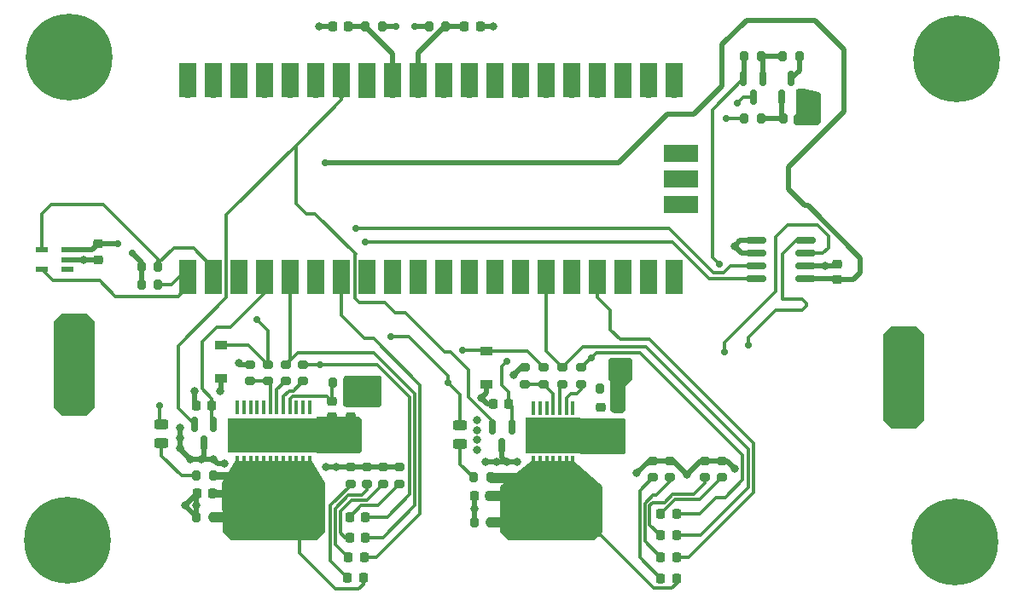
<source format=gbr>
%TF.GenerationSoftware,KiCad,Pcbnew,(6.0.7)*%
%TF.CreationDate,2022-09-20T09:41:07-05:00*%
%TF.ProjectId,BTSTest,42545354-6573-4742-9e6b-696361645f70,rev?*%
%TF.SameCoordinates,Original*%
%TF.FileFunction,Copper,L1,Top*%
%TF.FilePolarity,Positive*%
%FSLAX46Y46*%
G04 Gerber Fmt 4.6, Leading zero omitted, Abs format (unit mm)*
G04 Created by KiCad (PCBNEW (6.0.7)) date 2022-09-20 09:41:07*
%MOMM*%
%LPD*%
G01*
G04 APERTURE LIST*
G04 Aperture macros list*
%AMRoundRect*
0 Rectangle with rounded corners*
0 $1 Rounding radius*
0 $2 $3 $4 $5 $6 $7 $8 $9 X,Y pos of 4 corners*
0 Add a 4 corners polygon primitive as box body*
4,1,4,$2,$3,$4,$5,$6,$7,$8,$9,$2,$3,0*
0 Add four circle primitives for the rounded corners*
1,1,$1+$1,$2,$3*
1,1,$1+$1,$4,$5*
1,1,$1+$1,$6,$7*
1,1,$1+$1,$8,$9*
0 Add four rect primitives between the rounded corners*
20,1,$1+$1,$2,$3,$4,$5,0*
20,1,$1+$1,$4,$5,$6,$7,0*
20,1,$1+$1,$6,$7,$8,$9,0*
20,1,$1+$1,$8,$9,$2,$3,0*%
%AMOutline5P*
0 Free polygon, 5 corners , with rotation*
0 The origin of the aperture is its center*
0 number of corners: always 5*
0 $1 to $10 corner X, Y*
0 $11 Rotation angle, in degrees counterclockwise*
0 create outline with 5 corners*
4,1,5,$1,$2,$3,$4,$5,$6,$7,$8,$9,$10,$1,$2,$11*%
%AMOutline6P*
0 Free polygon, 6 corners , with rotation*
0 The origin of the aperture is its center*
0 number of corners: always 6*
0 $1 to $12 corner X, Y*
0 $13 Rotation angle, in degrees counterclockwise*
0 create outline with 6 corners*
4,1,6,$1,$2,$3,$4,$5,$6,$7,$8,$9,$10,$11,$12,$1,$2,$13*%
%AMOutline7P*
0 Free polygon, 7 corners , with rotation*
0 The origin of the aperture is its center*
0 number of corners: always 7*
0 $1 to $14 corner X, Y*
0 $15 Rotation angle, in degrees counterclockwise*
0 create outline with 7 corners*
4,1,7,$1,$2,$3,$4,$5,$6,$7,$8,$9,$10,$11,$12,$13,$14,$1,$2,$15*%
%AMOutline8P*
0 Free polygon, 8 corners , with rotation*
0 The origin of the aperture is its center*
0 number of corners: always 8*
0 $1 to $16 corner X, Y*
0 $17 Rotation angle, in degrees counterclockwise*
0 create outline with 8 corners*
4,1,8,$1,$2,$3,$4,$5,$6,$7,$8,$9,$10,$11,$12,$13,$14,$15,$16,$1,$2,$17*%
G04 Aperture macros list end*
%TA.AperFunction,NonConductor*%
%ADD10C,0.200000*%
%TD*%
%TA.AperFunction,SMDPad,CuDef*%
%ADD11RoundRect,0.200000X-0.275000X0.200000X-0.275000X-0.200000X0.275000X-0.200000X0.275000X0.200000X0*%
%TD*%
%TA.AperFunction,ComponentPad*%
%ADD12C,4.700000*%
%TD*%
%TA.AperFunction,ConnectorPad*%
%ADD13C,8.600000*%
%TD*%
%TA.AperFunction,SMDPad,CuDef*%
%ADD14RoundRect,0.200000X0.275000X-0.200000X0.275000X0.200000X-0.275000X0.200000X-0.275000X-0.200000X0*%
%TD*%
%TA.AperFunction,SMDPad,CuDef*%
%ADD15RoundRect,0.218750X-0.218750X-0.256250X0.218750X-0.256250X0.218750X0.256250X-0.218750X0.256250X0*%
%TD*%
%TA.AperFunction,SMDPad,CuDef*%
%ADD16RoundRect,0.200000X-0.200000X-0.275000X0.200000X-0.275000X0.200000X0.275000X-0.200000X0.275000X0*%
%TD*%
%TA.AperFunction,SMDPad,CuDef*%
%ADD17RoundRect,0.200000X0.200000X0.275000X-0.200000X0.275000X-0.200000X-0.275000X0.200000X-0.275000X0*%
%TD*%
%TA.AperFunction,SMDPad,CuDef*%
%ADD18RoundRect,0.225000X0.250000X-0.225000X0.250000X0.225000X-0.250000X0.225000X-0.250000X-0.225000X0*%
%TD*%
%TA.AperFunction,SMDPad,CuDef*%
%ADD19RoundRect,0.225000X0.225000X0.250000X-0.225000X0.250000X-0.225000X-0.250000X0.225000X-0.250000X0*%
%TD*%
%TA.AperFunction,SMDPad,CuDef*%
%ADD20R,1.200000X0.900000*%
%TD*%
%TA.AperFunction,SMDPad,CuDef*%
%ADD21R,0.354800X1.454899*%
%TD*%
%TA.AperFunction,ComponentPad*%
%ADD22R,0.750000X0.750000*%
%TD*%
%TA.AperFunction,SMDPad,CuDef*%
%ADD23R,8.875000X3.475000*%
%TD*%
%TA.AperFunction,SMDPad,CuDef*%
%ADD24RoundRect,0.150000X-0.150000X0.587500X-0.150000X-0.587500X0.150000X-0.587500X0.150000X0.587500X0*%
%TD*%
%TA.AperFunction,ComponentPad*%
%ADD25Outline6P,-2.540000X1.200000X-1.740000X2.000000X2.540000X2.000000X2.540000X-2.000000X-1.740000X-2.000000X-2.540000X-1.200000X90.000000*%
%TD*%
%TA.AperFunction,ComponentPad*%
%ADD26Outline6P,-2.540000X2.000000X1.740000X2.000000X2.540000X1.200000X2.540000X-1.200000X1.740000X-2.000000X-2.540000X-2.000000X90.000000*%
%TD*%
%TA.AperFunction,SMDPad,CuDef*%
%ADD27R,5.500000X3.650000*%
%TD*%
%TA.AperFunction,SMDPad,CuDef*%
%ADD28R,1.309599X0.508000*%
%TD*%
%TA.AperFunction,SMDPad,CuDef*%
%ADD29RoundRect,0.225000X-0.225000X-0.250000X0.225000X-0.250000X0.225000X0.250000X-0.225000X0.250000X0*%
%TD*%
%TA.AperFunction,ComponentPad*%
%ADD30Outline6P,-2.540000X1.200000X-1.740000X2.000000X2.540000X2.000000X2.540000X-2.000000X-1.740000X-2.000000X-2.540000X-1.200000X0.000000*%
%TD*%
%TA.AperFunction,ComponentPad*%
%ADD31Outline6P,-2.540000X2.000000X1.740000X2.000000X2.540000X1.200000X2.540000X-1.200000X1.740000X-2.000000X-2.540000X-2.000000X0.000000*%
%TD*%
%TA.AperFunction,SMDPad,CuDef*%
%ADD32RoundRect,0.150000X-0.825000X-0.150000X0.825000X-0.150000X0.825000X0.150000X-0.825000X0.150000X0*%
%TD*%
%TA.AperFunction,SMDPad,CuDef*%
%ADD33RoundRect,0.243750X0.456250X-0.243750X0.456250X0.243750X-0.456250X0.243750X-0.456250X-0.243750X0*%
%TD*%
%TA.AperFunction,SMDPad,CuDef*%
%ADD34RoundRect,0.150000X0.150000X-0.587500X0.150000X0.587500X-0.150000X0.587500X-0.150000X-0.587500X0*%
%TD*%
%TA.AperFunction,SMDPad,CuDef*%
%ADD35RoundRect,0.225000X-0.250000X0.225000X-0.250000X-0.225000X0.250000X-0.225000X0.250000X0.225000X0*%
%TD*%
%TA.AperFunction,ComponentPad*%
%ADD36O,1.700000X1.700000*%
%TD*%
%TA.AperFunction,SMDPad,CuDef*%
%ADD37R,1.700000X3.500000*%
%TD*%
%TA.AperFunction,ComponentPad*%
%ADD38R,1.700000X1.700000*%
%TD*%
%TA.AperFunction,SMDPad,CuDef*%
%ADD39R,3.500000X1.700000*%
%TD*%
%TA.AperFunction,ViaPad*%
%ADD40C,0.800000*%
%TD*%
%TA.AperFunction,ViaPad*%
%ADD41C,0.700000*%
%TD*%
%TA.AperFunction,Conductor*%
%ADD42C,0.500000*%
%TD*%
%TA.AperFunction,Conductor*%
%ADD43C,0.300000*%
%TD*%
%TA.AperFunction,Conductor*%
%ADD44C,0.750000*%
%TD*%
%TA.AperFunction,Conductor*%
%ADD45C,1.000000*%
%TD*%
G04 APERTURE END LIST*
D10*
X130860000Y-90500000D02*
X140820000Y-90500000D01*
X140820000Y-90500000D02*
X140820000Y-94900000D01*
X140820000Y-94900000D02*
X130860000Y-94900000D01*
X130860000Y-94900000D02*
X130860000Y-90500000D01*
G36*
X130860000Y-90500000D02*
G01*
X140820000Y-90500000D01*
X140820000Y-94900000D01*
X130860000Y-94900000D01*
X130860000Y-90500000D01*
G37*
X133900000Y-88100000D02*
X138100000Y-88100000D01*
X138100000Y-88100000D02*
X138100000Y-91700000D01*
X138100000Y-91700000D02*
X133900000Y-91700000D01*
X133900000Y-91700000D02*
X133900000Y-88100000D01*
G36*
X133900000Y-88100000D02*
G01*
X138100000Y-88100000D01*
X138100000Y-91700000D01*
X133900000Y-91700000D01*
X133900000Y-88100000D01*
G37*
X103200000Y-92800000D02*
X113300000Y-92800000D01*
X113300000Y-92800000D02*
X113300000Y-90200000D01*
X113300000Y-90200000D02*
X103200000Y-90200000D01*
X103200000Y-90200000D02*
X103200000Y-92800000D01*
G36*
X103200000Y-92800000D02*
G01*
X113300000Y-92800000D01*
X113300000Y-90200000D01*
X103200000Y-90200000D01*
X103200000Y-92800000D01*
G37*
G36*
X140820000Y-90500000D02*
G01*
X137396216Y-90602703D01*
X138096216Y-88102703D01*
X140820000Y-90500000D01*
G37*
X140820000Y-90500000D02*
X137396216Y-90602703D01*
X138096216Y-88102703D01*
X140820000Y-90500000D01*
G36*
X113300000Y-90200000D02*
G01*
X103200000Y-90200000D01*
X104500000Y-88100000D01*
X112000000Y-88100000D01*
X113300000Y-90200000D01*
G37*
X113300000Y-90200000D02*
X103200000Y-90200000D01*
X104500000Y-88100000D01*
X112000000Y-88100000D01*
X113300000Y-90200000D01*
G36*
X134500000Y-90500000D02*
G01*
X130860000Y-90500000D01*
X133900000Y-88100000D01*
X134500000Y-90500000D01*
G37*
X134500000Y-90500000D02*
X130860000Y-90500000D01*
X133900000Y-88100000D01*
X134500000Y-90500000D01*
D11*
%TO.P,R20,1*%
%TO.N,/IN_CH2*%
X138810000Y-78665000D03*
%TO.P,R20,2*%
%TO.N,/IN_R_CH2*%
X138810000Y-80315000D03*
%TD*%
D12*
%TO.P,H1,1,1*%
%TO.N,GND*%
X176000000Y-48000000D03*
D13*
X176000000Y-48000000D03*
%TD*%
D14*
%TO.P,R4,1*%
%TO.N,Net-(D2-Pad1)*%
X120768333Y-90253333D03*
%TO.P,R4,2*%
%TO.N,GND*%
X120768333Y-88603333D03*
%TD*%
D15*
%TO.P,D8,1,K*%
%TO.N,Net-(D8-Pad1)*%
X146662500Y-93230000D03*
%TO.P,D8,2,A*%
%TO.N,/IN_CH2*%
X148237500Y-93230000D03*
%TD*%
D11*
%TO.P,R3,1*%
%TO.N,/DEN_CH1*%
X109460000Y-78385000D03*
%TO.P,R3,2*%
%TO.N,/DEN_R_CH1*%
X109460000Y-80035000D03*
%TD*%
D16*
%TO.P,R17,1*%
%TO.N,VBATT*%
X154985000Y-47790000D03*
%TO.P,R17,2*%
%TO.N,Net-(Q2-Pad1)*%
X156635000Y-47790000D03*
%TD*%
D15*
%TO.P,D12,1,K*%
%TO.N,/PWR_LED_K_CH2*%
X146662500Y-99640000D03*
%TO.P,D12,2,A*%
%TO.N,/OUT_CH2*%
X148237500Y-99640000D03*
%TD*%
%TO.P,D7,1,K*%
%TO.N,Net-(D7-Pad1)*%
X146662500Y-95366666D03*
%TO.P,D7,2,A*%
%TO.N,/DEN_CH2*%
X148237500Y-95366666D03*
%TD*%
D17*
%TO.P,R9,1*%
%TO.N,I2C_SCL*%
X96835000Y-68690000D03*
%TO.P,R9,2*%
%TO.N,+3V3*%
X95185000Y-68690000D03*
%TD*%
D18*
%TO.P,C7,1*%
%TO.N,VBATT*%
X142430000Y-84155000D03*
%TO.P,C7,2*%
%TO.N,GND*%
X142430000Y-82605000D03*
%TD*%
D11*
%TO.P,R6,1*%
%TO.N,/IS_T_CH1*%
X107710000Y-78385000D03*
%TO.P,R6,2*%
%TO.N,/IS_R_CH1*%
X107710000Y-80035000D03*
%TD*%
D14*
%TO.P,R14,1*%
%TO.N,/PWR_LED_K_CH1*%
X115891667Y-90253333D03*
%TO.P,R14,2*%
%TO.N,GND*%
X115891667Y-88603333D03*
%TD*%
D19*
%TO.P,C12,1*%
%TO.N,/TEMP_SIG_CH2*%
X131615000Y-82310000D03*
%TO.P,C12,2*%
%TO.N,GND*%
X130065000Y-82310000D03*
%TD*%
D14*
%TO.P,R28,1*%
%TO.N,/LED_ST_GND_CH2*%
X147593333Y-89605000D03*
%TO.P,R28,2*%
%TO.N,GND*%
X147593333Y-87955000D03*
%TD*%
D12*
%TO.P,H3,1,1*%
%TO.N,GND*%
X175850000Y-96000000D03*
D13*
X175850000Y-96000000D03*
%TD*%
D14*
%TO.P,R19,1*%
%TO.N,Net-(D7-Pad1)*%
X151086666Y-89605000D03*
%TO.P,R19,2*%
%TO.N,GND*%
X151086666Y-87955000D03*
%TD*%
D20*
%TO.P,D3,1,K*%
%TO.N,/IS_T_CH1*%
X103030000Y-76480000D03*
%TO.P,D3,2,A*%
%TO.N,GND*%
X103030000Y-79780000D03*
%TD*%
D17*
%TO.P,R7,1*%
%TO.N,I2C_SDA*%
X96835000Y-70430000D03*
%TO.P,R7,2*%
%TO.N,+3V3*%
X95185000Y-70430000D03*
%TD*%
D15*
%TO.P,D10,1,K*%
%TO.N,/LED_ST_GND_CH2*%
X146662500Y-97503332D03*
%TO.P,D10,2,A*%
%TO.N,/LED_ST_CH2*%
X148237500Y-97503332D03*
%TD*%
D16*
%TO.P,R30,1*%
%TO.N,GND*%
X128195000Y-94030000D03*
%TO.P,R30,2*%
%TO.N,/OUT_CH2*%
X129845000Y-94030000D03*
%TD*%
%TO.P,R29,1*%
%TO.N,/OL_DET_CH9*%
X128125000Y-89610000D03*
%TO.P,R29,2*%
%TO.N,/OUT_CH2*%
X129775000Y-89610000D03*
%TD*%
D13*
%TO.P,H4,1,1*%
%TO.N,GND*%
X87850000Y-95850000D03*
D12*
X87850000Y-95850000D03*
%TD*%
D21*
%TO.P,U1,1,NC*%
%TO.N,unconnected-(U1-Pad1)*%
X111840199Y-82676002D03*
%TO.P,U1,2,NC*%
%TO.N,unconnected-(U1-Pad2)*%
X111190200Y-82676002D03*
%TO.P,U1,3,NC*%
%TO.N,unconnected-(U1-Pad3)*%
X110540202Y-82676002D03*
%TO.P,U1,4,GND*%
%TO.N,/GND_CH1*%
X109890201Y-82676002D03*
%TO.P,U1,5,IN*%
%TO.N,/IN_R_CH1*%
X109240202Y-82676002D03*
%TO.P,U1,6,DEN*%
%TO.N,/DEN_R_CH1*%
X108590201Y-82676002D03*
%TO.P,U1,7,IS*%
%TO.N,/IS_R_CH1*%
X107940202Y-82676002D03*
%TO.P,U1,8,NC*%
%TO.N,unconnected-(U1-Pad8)*%
X107290201Y-82676002D03*
%TO.P,U1,9,NC*%
%TO.N,unconnected-(U1-Pad9)*%
X106640202Y-82676002D03*
%TO.P,U1,10,NC*%
%TO.N,unconnected-(U1-Pad10)*%
X105990201Y-82676002D03*
%TO.P,U1,11,NC*%
%TO.N,unconnected-(U1-Pad11)*%
X105340202Y-82676002D03*
%TO.P,U1,12,NC*%
%TO.N,unconnected-(U1-Pad12)*%
X104690201Y-82676002D03*
%TO.P,U1,13,OUT*%
%TO.N,/OUT_CH1*%
X104690201Y-88118698D03*
%TO.P,U1,14,OUT*%
X105340200Y-88118698D03*
%TO.P,U1,15,OUT*%
X105990201Y-88118698D03*
%TO.P,U1,16,OUT*%
X106640199Y-88118698D03*
%TO.P,U1,17,OUT*%
X107290201Y-88118698D03*
%TO.P,U1,18,OUT*%
X107940199Y-88118698D03*
%TO.P,U1,19,OUT*%
X108590198Y-88118698D03*
%TO.P,U1,20,OUT*%
X109240199Y-88118698D03*
%TO.P,U1,21,OUT*%
X109890198Y-88118698D03*
%TO.P,U1,22,OUT*%
X110540199Y-88118698D03*
%TO.P,U1,23,OUT*%
X111190198Y-88118698D03*
%TO.P,U1,24,OUT*%
X111840199Y-88118698D03*
D22*
%TO.P,U1,EPAD,VS*%
%TO.N,VBATT*%
X105865200Y-84047350D03*
X109465200Y-84047350D03*
X108565200Y-86747350D03*
X111265200Y-86747350D03*
X106765200Y-84947350D03*
D23*
X108127700Y-85402350D03*
D22*
X105865200Y-85847350D03*
X107665200Y-85847350D03*
X112165200Y-86747350D03*
X112165200Y-85847350D03*
X104065200Y-85847350D03*
X111265200Y-84047350D03*
X111265200Y-85847350D03*
X104965200Y-84947350D03*
X109465200Y-84947350D03*
X105865200Y-84947350D03*
X109465200Y-85847350D03*
X105865200Y-86747350D03*
X104065200Y-84947350D03*
X112165200Y-84947350D03*
X108565200Y-85847350D03*
X111265200Y-84947350D03*
X110365200Y-86747350D03*
X104065200Y-84047350D03*
X107665200Y-84947350D03*
X112165200Y-84047350D03*
X106765200Y-84047350D03*
X104965200Y-86747350D03*
X104965200Y-84047350D03*
X106765200Y-86747350D03*
X108565200Y-84047350D03*
X110365200Y-84947350D03*
X110365200Y-85847350D03*
X106765200Y-85847350D03*
X107665200Y-84047350D03*
X107665200Y-86747350D03*
X104065200Y-86747350D03*
X110365200Y-84047350D03*
X109465200Y-86747350D03*
X104965200Y-85847350D03*
X108565200Y-84947350D03*
%TD*%
D14*
%TO.P,R11,1*%
%TO.N,/LED_ST_GND_CH1*%
X117517222Y-90253333D03*
%TO.P,R11,2*%
%TO.N,GND*%
X117517222Y-88603333D03*
%TD*%
D24*
%TO.P,Q2,1,B*%
%TO.N,Net-(Q2-Pad1)*%
X156800000Y-49982500D03*
%TO.P,Q2,2,E*%
%TO.N,VBATT*%
X154900000Y-49982500D03*
%TO.P,Q2,3,C*%
%TO.N,/OL_DET*%
X155850000Y-51857500D03*
%TD*%
D15*
%TO.P,D2,1,K*%
%TO.N,Net-(D2-Pad1)*%
X115812500Y-93534999D03*
%TO.P,D2,2,A*%
%TO.N,/IN_CH1*%
X117387500Y-93534999D03*
%TD*%
D16*
%TO.P,R5,1*%
%TO.N,/IS_CH1*%
X117375000Y-44790000D03*
%TO.P,R5,2*%
%TO.N,/IS_T_CH1*%
X119025000Y-44790000D03*
%TD*%
%TO.P,R16,1*%
%TO.N,Net-(Q1-Pad1)*%
X158845000Y-53980000D03*
%TO.P,R16,2*%
%TO.N,GND*%
X160495000Y-53980000D03*
%TD*%
D25*
%TO.P,U4,1,VBATTIN*%
%TO.N,/VBATTIN*%
X170825000Y-82195000D03*
D26*
X170825000Y-77120000D03*
%TD*%
D21*
%TO.P,U5,1,GND*%
%TO.N,/GND_CH2*%
X137982101Y-82726002D03*
%TO.P,U5,2,IN*%
%TO.N,/IN_R_CH2*%
X137332100Y-82726002D03*
%TO.P,U5,3,DEN*%
%TO.N,/DEN_R_CH2*%
X136682099Y-82726002D03*
%TO.P,U5,4,IS*%
%TO.N,/IS_R_CH2*%
X136032100Y-82726002D03*
%TO.P,U5,5,NC*%
%TO.N,unconnected-(U5-Pad5)*%
X135382101Y-82726002D03*
%TO.P,U5,6,NC*%
%TO.N,unconnected-(U5-Pad6)*%
X134732100Y-82726002D03*
%TO.P,U5,7,NC*%
%TO.N,unconnected-(U5-Pad7)*%
X134082101Y-82726002D03*
%TO.P,U5,8,OUT*%
%TO.N,/OUT_CH2*%
X134082099Y-88168698D03*
%TO.P,U5,9,OUT*%
X134732100Y-88168698D03*
%TO.P,U5,10,OUT*%
X135382099Y-88168698D03*
%TO.P,U5,11,NC*%
%TO.N,unconnected-(U5-Pad11)*%
X136032100Y-88168698D03*
%TO.P,U5,12,OUT*%
%TO.N,/OUT_CH2*%
X136682099Y-88168698D03*
%TO.P,U5,13,OUT*%
X137332100Y-88168698D03*
%TO.P,U5,14,OUT*%
X137982099Y-88168698D03*
D27*
%TO.P,U5,EPAD,VS*%
%TO.N,VBATT*%
X136032100Y-85472350D03*
D22*
X136532100Y-84097350D03*
X137432100Y-85897350D03*
X138332100Y-84997350D03*
X137432100Y-84997350D03*
X138332100Y-86797350D03*
X133832100Y-84997350D03*
X138332100Y-84097350D03*
X137432100Y-84097350D03*
X135632100Y-84997350D03*
X136532100Y-84997350D03*
X133832100Y-86797350D03*
X134732100Y-84097350D03*
X134732100Y-84997350D03*
X136532100Y-86797350D03*
X134732100Y-86797350D03*
X135632100Y-85897350D03*
X135632100Y-86797350D03*
X133832100Y-85897350D03*
X133832100Y-84097350D03*
X138332100Y-85897350D03*
X135632100Y-84097350D03*
X134732100Y-85897350D03*
X137432100Y-86797350D03*
X136532100Y-85897350D03*
%TD*%
D17*
%TO.P,R23,1*%
%TO.N,/IS_CH2*%
X125335000Y-44800000D03*
%TO.P,R23,2*%
%TO.N,/IS_T_CH2*%
X123685000Y-44800000D03*
%TD*%
D11*
%TO.P,R2,1*%
%TO.N,/IN_CH1*%
X111210000Y-78385000D03*
%TO.P,R2,2*%
%TO.N,/IN_R_CH1*%
X111210000Y-80035000D03*
%TD*%
D16*
%TO.P,R15,1*%
%TO.N,/OL_DET_SIG*%
X154995000Y-53980000D03*
%TO.P,R15,2*%
%TO.N,Net-(Q1-Pad1)*%
X156645000Y-53980000D03*
%TD*%
D14*
%TO.P,R26,1*%
%TO.N,/IS_R_CH2*%
X133180000Y-80315000D03*
%TO.P,R26,2*%
%TO.N,GND*%
X133180000Y-78665000D03*
%TD*%
D18*
%TO.P,C3,1*%
%TO.N,VBATT*%
X114050000Y-83565000D03*
%TO.P,C3,2*%
%TO.N,/GND_CH1*%
X114050000Y-82015000D03*
%TD*%
D24*
%TO.P,U3,1,Vdd*%
%TO.N,/TEMP_SIG_CH1*%
X102320000Y-84362500D03*
%TO.P,U3,2,Vout*%
%TO.N,/TEMP_IN*%
X100420000Y-84362500D03*
%TO.P,U3,3,GND*%
%TO.N,GND*%
X101370000Y-86237500D03*
%TD*%
D20*
%TO.P,D9,1,K*%
%TO.N,/IS_T_CH2*%
X129430000Y-77030000D03*
%TO.P,D9,2,A*%
%TO.N,GND*%
X129430000Y-80330000D03*
%TD*%
D12*
%TO.P,H2,1,1*%
%TO.N,GND*%
X88000000Y-47850000D03*
D13*
X88000000Y-47850000D03*
%TD*%
D26*
%TO.P,H5,1,1*%
%TO.N,GND*%
X88500000Y-75875000D03*
D25*
X88500000Y-80950000D03*
%TD*%
D18*
%TO.P,C2,1*%
%TO.N,VBATT*%
X115900000Y-83555000D03*
%TO.P,C2,2*%
%TO.N,GND*%
X115900000Y-82005000D03*
%TD*%
D16*
%TO.P,R13,1*%
%TO.N,GND*%
X100625000Y-93600000D03*
%TO.P,R13,2*%
%TO.N,/OUT_CH1*%
X102275000Y-93600000D03*
%TD*%
D19*
%TO.P,C5,1*%
%TO.N,/TEMP_SIG_CH1*%
X102165000Y-82480000D03*
%TO.P,C5,2*%
%TO.N,GND*%
X100615000Y-82480000D03*
%TD*%
D11*
%TO.P,R24,1*%
%TO.N,/IS_T_CH2*%
X135056666Y-78665000D03*
%TO.P,R24,2*%
%TO.N,/IS_R_CH2*%
X135056666Y-80315000D03*
%TD*%
D19*
%TO.P,C1,1*%
%TO.N,/IS_CH1*%
X115675000Y-44800000D03*
%TO.P,C1,2*%
%TO.N,GND*%
X114125000Y-44800000D03*
%TD*%
D17*
%TO.P,R27,1*%
%TO.N,GND*%
X142325000Y-80820000D03*
%TO.P,R27,2*%
%TO.N,/GND_CH2*%
X140675000Y-80820000D03*
%TD*%
D16*
%TO.P,R12,1*%
%TO.N,/OL_DET_CH1*%
X100625000Y-89450000D03*
%TO.P,R12,2*%
%TO.N,/OUT_CH1*%
X102275000Y-89450000D03*
%TD*%
D28*
%TO.P,U7,1,NC*%
%TO.N,unconnected-(U7-Pad1)*%
X87854000Y-68914601D03*
%TO.P,U7,2,GND*%
%TO.N,GND*%
X87854000Y-67964600D03*
%TO.P,U7,3,VDD*%
%TO.N,+3V3*%
X87854000Y-67014599D03*
%TO.P,U7,4,SCLK*%
%TO.N,I2C_SCL*%
X85263200Y-67014599D03*
%TO.P,U7,5,SDA*%
%TO.N,I2C_SDA*%
X85263200Y-68914601D03*
%TD*%
D29*
%TO.P,C6,1*%
%TO.N,/IS_CH2*%
X127215000Y-44790000D03*
%TO.P,C6,2*%
%TO.N,GND*%
X128765000Y-44790000D03*
%TD*%
D17*
%TO.P,R10,1*%
%TO.N,GND*%
X115805000Y-80210000D03*
%TO.P,R10,2*%
%TO.N,/GND_CH1*%
X114155000Y-80210000D03*
%TD*%
D18*
%TO.P,C9,1*%
%TO.N,+3V3*%
X164220000Y-69975000D03*
%TO.P,C9,2*%
%TO.N,GND*%
X164220000Y-68425000D03*
%TD*%
D30*
%TO.P,J2,1,Pin_1*%
%TO.N,/OUT_CH2*%
X133295000Y-93805000D03*
D31*
X138370000Y-93805000D03*
%TD*%
D32*
%TO.P,U6,1,A1*%
%TO.N,GND*%
X156145000Y-66065000D03*
%TO.P,U6,2,A0*%
X156145000Y-67335000D03*
%TO.P,U6,3,SDA*%
%TO.N,I2C_SDA*%
X156145000Y-68605000D03*
%TO.P,U6,4,SCL*%
%TO.N,I2C_SCL*%
X156145000Y-69875000D03*
%TO.P,U6,5,VS*%
%TO.N,+3V3*%
X161095000Y-69875000D03*
%TO.P,U6,6,GND*%
%TO.N,GND*%
X161095000Y-68605000D03*
%TO.P,U6,7,IN-*%
%TO.N,VBATT*%
X161095000Y-67335000D03*
%TO.P,U6,8,IN+*%
%TO.N,/VBATTIN*%
X161095000Y-66065000D03*
%TD*%
D15*
%TO.P,D6,1,K*%
%TO.N,/PWR_LED_K_CH1*%
X115612500Y-99590000D03*
%TO.P,D6,2,A*%
%TO.N,/OUT_CH1*%
X117187500Y-99590000D03*
%TD*%
D24*
%TO.P,U8,1,Vdd*%
%TO.N,/TEMP_SIG_CH2*%
X131900000Y-84592500D03*
%TO.P,U8,2,Vout*%
%TO.N,/TEMP_IN*%
X130000000Y-84592500D03*
%TO.P,U8,3,GND*%
%TO.N,GND*%
X130950000Y-86467500D03*
%TD*%
D33*
%TO.P,D5,1,K*%
%TO.N,/OL_DET_CH1*%
X97155000Y-86197500D03*
%TO.P,D5,2,A*%
%TO.N,/OL_DET*%
X97155000Y-84322500D03*
%TD*%
D17*
%TO.P,R18,1*%
%TO.N,Net-(Q1-Pad3)*%
X160435000Y-47790000D03*
%TO.P,R18,2*%
%TO.N,Net-(Q2-Pad1)*%
X158785000Y-47790000D03*
%TD*%
D14*
%TO.P,R8,1*%
%TO.N,/IS_R_CH1*%
X105960000Y-80035000D03*
%TO.P,R8,2*%
%TO.N,GND*%
X105960000Y-78385000D03*
%TD*%
D34*
%TO.P,Q1,1,B*%
%TO.N,Net-(Q1-Pad1)*%
X158700000Y-51857500D03*
%TO.P,Q1,2,E*%
%TO.N,GND*%
X160600000Y-51857500D03*
%TO.P,Q1,3,C*%
%TO.N,Net-(Q1-Pad3)*%
X159650000Y-49982500D03*
%TD*%
D30*
%TO.P,J1,1,Pin_1*%
%TO.N,/OUT_CH1*%
X105745000Y-93825000D03*
D31*
X110820000Y-93825000D03*
%TD*%
D14*
%TO.P,R31,1*%
%TO.N,/PWR_LED_K_CH2*%
X145900000Y-89605000D03*
%TO.P,R31,2*%
%TO.N,GND*%
X145900000Y-87955000D03*
%TD*%
D18*
%TO.P,C8,1*%
%TO.N,VBATT*%
X140720000Y-84155000D03*
%TO.P,C8,2*%
%TO.N,/GND_CH2*%
X140720000Y-82605000D03*
%TD*%
D15*
%TO.P,D4,1,K*%
%TO.N,/LED_ST_GND_CH1*%
X115712500Y-97571665D03*
%TO.P,D4,2,A*%
%TO.N,/LED_ST_CH1*%
X117287500Y-97571665D03*
%TD*%
D19*
%TO.P,C4,1*%
%TO.N,/OUT_CH1*%
X102225000Y-91225000D03*
%TO.P,C4,2*%
%TO.N,GND*%
X100675000Y-91225000D03*
%TD*%
%TO.P,C10,1*%
%TO.N,/OUT_CH2*%
X129755000Y-91460000D03*
%TO.P,C10,2*%
%TO.N,GND*%
X128205000Y-91460000D03*
%TD*%
D15*
%TO.P,D1,1,K*%
%TO.N,Net-(D1-Pad1)*%
X115812500Y-95553332D03*
%TO.P,D1,2,A*%
%TO.N,/DEN_CH1*%
X117387500Y-95553332D03*
%TD*%
D14*
%TO.P,R1,1*%
%TO.N,Net-(D1-Pad1)*%
X119142777Y-90253333D03*
%TO.P,R1,2*%
%TO.N,GND*%
X119142777Y-88603333D03*
%TD*%
D11*
%TO.P,R21,1*%
%TO.N,/DEN_CH2*%
X136933332Y-78665000D03*
%TO.P,R21,2*%
%TO.N,/DEN_R_CH2*%
X136933332Y-80315000D03*
%TD*%
D35*
%TO.P,C11,1*%
%TO.N,+3V3*%
X90850000Y-66425000D03*
%TO.P,C11,2*%
%TO.N,GND*%
X90850000Y-67975000D03*
%TD*%
D33*
%TO.P,D11,1,K*%
%TO.N,/OL_DET_CH9*%
X126795000Y-86297500D03*
%TO.P,D11,2,A*%
%TO.N,/OL_DET*%
X126795000Y-84422500D03*
%TD*%
D14*
%TO.P,R22,1*%
%TO.N,Net-(D8-Pad1)*%
X152780000Y-89605000D03*
%TO.P,R22,2*%
%TO.N,GND*%
X152780000Y-87955000D03*
%TD*%
D36*
%TO.P,U2,1,GPIO0*%
%TO.N,I2C_SDA*%
X99795000Y-68825000D03*
D37*
X99795000Y-69725000D03*
D36*
%TO.P,U2,2,GPIO1*%
%TO.N,I2C_SCL*%
X102335000Y-68825000D03*
D37*
X102335000Y-69725000D03*
D38*
%TO.P,U2,3,GND*%
%TO.N,GND*%
X104875000Y-68825000D03*
D37*
X104875000Y-69725000D03*
D36*
%TO.P,U2,4,GPIO2*%
%TO.N,/TEMP_SIG_CH1*%
X107415000Y-68825000D03*
D37*
X107415000Y-69725000D03*
%TO.P,U2,5,GPIO3*%
%TO.N,/DEN_CH1*%
X109955000Y-69725000D03*
D36*
X109955000Y-68825000D03*
D37*
%TO.P,U2,6,GPIO4*%
%TO.N,/IN_CH1*%
X112495000Y-69725000D03*
D36*
X112495000Y-68825000D03*
D37*
%TO.P,U2,7,GPIO5*%
%TO.N,/LED_ST_CH1*%
X115035000Y-69725000D03*
D36*
X115035000Y-68825000D03*
D37*
%TO.P,U2,8,GND*%
%TO.N,GND*%
X117575000Y-69725000D03*
D38*
X117575000Y-68825000D03*
D37*
%TO.P,U2,9,GPIO6*%
%TO.N,unconnected-(U2-Pad9)*%
X120115000Y-69725000D03*
D36*
X120115000Y-68825000D03*
%TO.P,U2,10,GPIO7*%
%TO.N,unconnected-(U2-Pad10)*%
X122655000Y-68825000D03*
D37*
X122655000Y-69725000D03*
D36*
%TO.P,U2,11,GPIO8*%
%TO.N,unconnected-(U2-Pad11)*%
X125195000Y-68825000D03*
D37*
X125195000Y-69725000D03*
D36*
%TO.P,U2,12,GPIO9*%
%TO.N,unconnected-(U2-Pad12)*%
X127735000Y-68825000D03*
D37*
X127735000Y-69725000D03*
D38*
%TO.P,U2,13,GND*%
%TO.N,GND*%
X130275000Y-68825000D03*
D37*
X130275000Y-69725000D03*
D36*
%TO.P,U2,14,GPIO10*%
%TO.N,/TEMP_SIG_CH2*%
X132815000Y-68825000D03*
D37*
X132815000Y-69725000D03*
%TO.P,U2,15,GPIO11*%
%TO.N,/DEN_CH2*%
X135355000Y-69725000D03*
D36*
X135355000Y-68825000D03*
%TO.P,U2,16,GPIO12*%
%TO.N,/IN_CH2*%
X137895000Y-68825000D03*
D37*
X137895000Y-69725000D03*
D36*
%TO.P,U2,17,GPIO13*%
%TO.N,/LED_ST_CH2*%
X140435000Y-68825000D03*
D37*
X140435000Y-69725000D03*
%TO.P,U2,18,GND*%
%TO.N,GND*%
X142975000Y-69725000D03*
D38*
X142975000Y-68825000D03*
D36*
%TO.P,U2,19,GPIO14*%
%TO.N,unconnected-(U2-Pad19)*%
X145515000Y-68825000D03*
D37*
X145515000Y-69725000D03*
D36*
%TO.P,U2,20,GPIO15*%
%TO.N,unconnected-(U2-Pad20)*%
X148055000Y-68825000D03*
D37*
X148055000Y-69725000D03*
%TO.P,U2,21,GPIO16*%
%TO.N,unconnected-(U2-Pad21)*%
X148055000Y-50145000D03*
D36*
X148055000Y-51045000D03*
%TO.P,U2,22,GPIO17*%
%TO.N,unconnected-(U2-Pad22)*%
X145515000Y-51045000D03*
D37*
X145515000Y-50145000D03*
D38*
%TO.P,U2,23,GND*%
%TO.N,GND*%
X142975000Y-51045000D03*
D37*
X142975000Y-50145000D03*
D36*
%TO.P,U2,24,GPIO18*%
%TO.N,unconnected-(U2-Pad24)*%
X140435000Y-51045000D03*
D37*
X140435000Y-50145000D03*
D36*
%TO.P,U2,25,GPIO19*%
%TO.N,unconnected-(U2-Pad25)*%
X137895000Y-51045000D03*
D37*
X137895000Y-50145000D03*
%TO.P,U2,26,GPIO20*%
%TO.N,unconnected-(U2-Pad26)*%
X135355000Y-50145000D03*
D36*
X135355000Y-51045000D03*
D37*
%TO.P,U2,27,GPIO21*%
%TO.N,unconnected-(U2-Pad27)*%
X132815000Y-50145000D03*
D36*
X132815000Y-51045000D03*
D38*
%TO.P,U2,28,GND*%
%TO.N,GND*%
X130275000Y-51045000D03*
D37*
X130275000Y-50145000D03*
%TO.P,U2,29,GPIO22*%
%TO.N,/OL_DET_SIG*%
X127735000Y-50145000D03*
D36*
X127735000Y-51045000D03*
D37*
%TO.P,U2,30,RUN*%
%TO.N,unconnected-(U2-Pad30)*%
X125195000Y-50145000D03*
D36*
X125195000Y-51045000D03*
%TO.P,U2,31,GPIO26_ADC0*%
%TO.N,/IS_CH2*%
X122655000Y-51045000D03*
D37*
X122655000Y-50145000D03*
%TO.P,U2,32,GPIO27_ADC1*%
%TO.N,/IS_CH1*%
X120115000Y-50145000D03*
D36*
X120115000Y-51045000D03*
D38*
%TO.P,U2,33,AGND*%
%TO.N,GND*%
X117575000Y-51045000D03*
D37*
X117575000Y-50145000D03*
%TO.P,U2,34,GPIO28_ADC2*%
%TO.N,/TEMP_IN*%
X115035000Y-50145000D03*
D36*
X115035000Y-51045000D03*
%TO.P,U2,35,ADC_VREF*%
%TO.N,unconnected-(U2-Pad35)*%
X112495000Y-51045000D03*
D37*
X112495000Y-50145000D03*
D36*
%TO.P,U2,36,3V3*%
%TO.N,+3V3*%
X109955000Y-51045000D03*
D37*
X109955000Y-50145000D03*
%TO.P,U2,37,3V3_EN*%
%TO.N,unconnected-(U2-Pad37)*%
X107415000Y-50145000D03*
D36*
X107415000Y-51045000D03*
D37*
%TO.P,U2,38,GND*%
%TO.N,GND*%
X104875000Y-50145000D03*
D38*
X104875000Y-51045000D03*
D36*
%TO.P,U2,39,VSYS*%
%TO.N,unconnected-(U2-Pad39)*%
X102335000Y-51045000D03*
D37*
X102335000Y-50145000D03*
D36*
%TO.P,U2,40,VBUS*%
%TO.N,unconnected-(U2-Pad40)*%
X99795000Y-51045000D03*
D37*
X99795000Y-50145000D03*
D39*
%TO.P,U2,41,SWCLK*%
%TO.N,unconnected-(U2-Pad41)*%
X148725000Y-62475000D03*
D36*
X147825000Y-62475000D03*
D39*
%TO.P,U2,42,GND*%
%TO.N,GND*%
X148725000Y-59935000D03*
D38*
X147825000Y-59935000D03*
D36*
%TO.P,U2,43,SWDIO*%
%TO.N,unconnected-(U2-Pad43)*%
X147825000Y-57395000D03*
D39*
X148725000Y-57395000D03*
%TD*%
D40*
%TO.N,GND*%
X132100000Y-79400000D03*
X117300000Y-81000000D03*
X100400000Y-81000000D03*
X162995000Y-68605000D03*
X117300000Y-82100000D03*
X162000000Y-54000000D03*
X118400000Y-81000000D03*
X99500000Y-92400000D03*
X130400000Y-88100000D03*
X99000000Y-84700000D03*
X154000000Y-88700000D03*
X102300000Y-87800000D03*
X99000000Y-86700000D03*
X112800000Y-44800000D03*
X89400000Y-68000000D03*
X118400000Y-80000000D03*
X100600000Y-92400000D03*
X117300000Y-80000000D03*
X104800000Y-78200000D03*
X118400000Y-82100000D03*
X100000000Y-87800000D03*
X132400000Y-88100000D03*
X162000000Y-53000000D03*
X128900000Y-81700000D03*
X142000000Y-78200000D03*
X142100000Y-79400000D03*
X103400000Y-88200000D03*
X114500000Y-88600000D03*
X129300000Y-88100000D03*
X130100000Y-44800000D03*
X162000000Y-52000000D03*
X131400000Y-88100000D03*
X143300000Y-79700000D03*
X101100000Y-87800000D03*
X128200000Y-92700000D03*
X143200000Y-78400000D03*
X99000000Y-85700000D03*
X149300000Y-89300000D03*
X103000000Y-81000000D03*
X154000000Y-66600000D03*
X144300000Y-89200000D03*
X113500000Y-88600000D03*
%TO.N,VBATT*%
X114500000Y-85400000D03*
X113500000Y-86400000D03*
X113500000Y-85400000D03*
X128500000Y-84900000D03*
X141693846Y-86493728D03*
X128500000Y-86900000D03*
X128500000Y-83900000D03*
X142700000Y-85500000D03*
X115493846Y-86393728D03*
D41*
X153000000Y-77100000D03*
D40*
X141700000Y-85500000D03*
X139700000Y-86500000D03*
X115500000Y-85400000D03*
X128500000Y-85900000D03*
X116500000Y-86400000D03*
D41*
X152500000Y-68400000D03*
D40*
X139700000Y-85500000D03*
X142700000Y-86500000D03*
X116500000Y-85400000D03*
X114500000Y-86400000D03*
X140700000Y-85500000D03*
X140700000Y-86500000D03*
D41*
%TO.N,+3V3*%
X92775000Y-66425000D03*
X94250000Y-67350000D03*
X113400000Y-58300000D03*
%TO.N,/TEMP_SIG_CH2*%
X131400000Y-78100000D03*
%TO.N,/IN_CH1*%
X112915000Y-78385000D03*
%TO.N,/IS_T_CH1*%
X106600000Y-73900000D03*
X120400000Y-44800000D03*
%TO.N,/OL_DET*%
X97000000Y-82500000D03*
X154300000Y-52400000D03*
X125600000Y-80200000D03*
X119900000Y-75600000D03*
%TO.N,/IN_CH2*%
X139787500Y-77687500D03*
%TO.N,/IS_T_CH2*%
X122300000Y-44800000D03*
X127000000Y-77000000D03*
%TO.N,I2C_SDA*%
X116400000Y-64900000D03*
%TO.N,I2C_SCL*%
X117400000Y-66200000D03*
%TO.N,/OL_DET_SIG*%
X153200000Y-53900000D03*
%TO.N,/VBATTIN*%
X155400000Y-76500000D03*
%TD*%
D42*
%TO.N,/IS_CH1*%
X120115000Y-47526667D02*
X117388333Y-44800000D01*
X115675000Y-44800000D02*
X117418334Y-44800000D01*
X120115000Y-51045000D02*
X120115000Y-47526667D01*
%TO.N,GND*%
X90850000Y-67975000D02*
X89425000Y-67975000D01*
X117517222Y-88603333D02*
X119142777Y-88603333D01*
X103030000Y-80970000D02*
X103000000Y-81000000D01*
X132100000Y-79400000D02*
X132835000Y-78665000D01*
X164040000Y-68605000D02*
X164220000Y-68425000D01*
X100600000Y-91300000D02*
X100600000Y-92400000D01*
X100625000Y-93600000D02*
X100625000Y-92425000D01*
X132400000Y-88100000D02*
X129300000Y-88100000D01*
X161095000Y-68605000D02*
X162995000Y-68605000D01*
X145900000Y-87955000D02*
X147593333Y-87955000D01*
X100675000Y-91225000D02*
X100600000Y-91300000D01*
X100000000Y-87800000D02*
X101100000Y-87800000D01*
X114503333Y-88603333D02*
X114500000Y-88600000D01*
X156145000Y-66065000D02*
X154535000Y-66065000D01*
X128900000Y-81700000D02*
X129430000Y-81170000D01*
X154535000Y-66065000D02*
X154000000Y-66600000D01*
X102300000Y-87800000D02*
X101100000Y-87800000D01*
X128195000Y-94030000D02*
X128195000Y-92705000D01*
X128605000Y-44800000D02*
X130100000Y-44800000D01*
X115891667Y-88603333D02*
X114503333Y-88603333D01*
X128900000Y-81700000D02*
X129510000Y-82310000D01*
X99000000Y-86800000D02*
X100000000Y-87800000D01*
X119142777Y-88603333D02*
X120768333Y-88603333D01*
X100675000Y-91225000D02*
X99500000Y-92400000D01*
X154000000Y-88700000D02*
X153255000Y-87955000D01*
X130950000Y-87650000D02*
X131400000Y-88100000D01*
X101370000Y-86237500D02*
X101370000Y-87530000D01*
X150645000Y-87955000D02*
X151086666Y-87955000D01*
X153255000Y-87955000D02*
X152780000Y-87955000D01*
X129510000Y-82310000D02*
X130065000Y-82310000D01*
X99000000Y-84700000D02*
X99000000Y-86700000D01*
X105960000Y-78385000D02*
X104985000Y-78385000D01*
X100400000Y-82265000D02*
X100615000Y-82480000D01*
X156145000Y-67335000D02*
X154735000Y-67335000D01*
X117517222Y-88603333D02*
X115891667Y-88603333D01*
X162995000Y-68605000D02*
X164040000Y-68605000D01*
X103400000Y-88200000D02*
X102700000Y-88200000D01*
X130950000Y-86467500D02*
X130950000Y-87650000D01*
X87854000Y-67964600D02*
X89364600Y-67964600D01*
X104985000Y-78385000D02*
X104800000Y-78200000D01*
X102700000Y-88200000D02*
X102300000Y-87800000D01*
X89364600Y-67964600D02*
X89400000Y-68000000D01*
X129430000Y-81170000D02*
X129430000Y-80330000D01*
X128205000Y-92695000D02*
X128200000Y-92700000D01*
X101370000Y-87530000D02*
X101100000Y-87800000D01*
X89425000Y-67975000D02*
X89400000Y-68000000D01*
X144300000Y-89200000D02*
X145545000Y-87955000D01*
X128205000Y-91460000D02*
X128205000Y-92695000D01*
X99000000Y-86700000D02*
X99000000Y-86800000D01*
X147593333Y-87955000D02*
X147955000Y-87955000D01*
X149300000Y-89300000D02*
X150645000Y-87955000D01*
X112800000Y-44800000D02*
X114125000Y-44800000D01*
X128195000Y-92705000D02*
X128200000Y-92700000D01*
X145545000Y-87955000D02*
X145900000Y-87955000D01*
X113500000Y-88600000D02*
X114500000Y-88600000D01*
X132835000Y-78665000D02*
X133180000Y-78665000D01*
X151086666Y-87955000D02*
X152780000Y-87955000D01*
X154735000Y-67335000D02*
X154000000Y-66600000D01*
X100625000Y-93600000D02*
X100625000Y-93525000D01*
X100625000Y-92425000D02*
X100600000Y-92400000D01*
X100625000Y-93525000D02*
X99500000Y-92400000D01*
X100400000Y-81000000D02*
X100400000Y-82265000D01*
X103030000Y-79780000D02*
X103030000Y-80970000D01*
X147955000Y-87955000D02*
X149300000Y-89300000D01*
D43*
%TO.N,VBATT*%
X151800000Y-53082500D02*
X154900000Y-49982500D01*
X158100000Y-65700000D02*
X159300000Y-64500000D01*
D42*
X154985000Y-47790000D02*
X154985000Y-49897500D01*
X154985000Y-49897500D02*
X154900000Y-49982500D01*
D43*
X163300000Y-65600000D02*
X163300000Y-66800000D01*
X151800000Y-67700000D02*
X151800000Y-53082500D01*
X162765000Y-67335000D02*
X161095000Y-67335000D01*
X159300000Y-64500000D02*
X162200000Y-64500000D01*
X153000000Y-77100000D02*
X153000000Y-76200000D01*
X162200000Y-64500000D02*
X163300000Y-65600000D01*
X153000000Y-76200000D02*
X158100000Y-71100000D01*
X158100000Y-71100000D02*
X158100000Y-65700000D01*
X163300000Y-66800000D02*
X162765000Y-67335000D01*
X152500000Y-68400000D02*
X151800000Y-67700000D01*
%TO.N,/GND_CH1*%
X110200000Y-81500000D02*
X113535000Y-81500000D01*
X114050000Y-80315000D02*
X114155000Y-80210000D01*
X114050000Y-82015000D02*
X114050000Y-80315000D01*
X109890201Y-82676002D02*
X109890201Y-81809799D01*
X113535000Y-81500000D02*
X114050000Y-82015000D01*
X109890201Y-81809799D02*
X110200000Y-81500000D01*
D44*
%TO.N,/OUT_CH1*%
X102225000Y-91225000D02*
X103145000Y-91225000D01*
D43*
X117187500Y-100212500D02*
X116700000Y-100700000D01*
X110820000Y-97120000D02*
X110820000Y-93825000D01*
X114400000Y-100700000D02*
X110820000Y-97120000D01*
D44*
X103570000Y-90170000D02*
X104000000Y-90600000D01*
D45*
X105520000Y-93600000D02*
X105745000Y-93825000D01*
D43*
X117187500Y-99590000D02*
X117187500Y-100212500D01*
X104550000Y-89450000D02*
X104700000Y-89300000D01*
X116700000Y-100700000D02*
X114400000Y-100700000D01*
X104690201Y-88118698D02*
X111840199Y-88118698D01*
X102275000Y-89450000D02*
X104550000Y-89450000D01*
D44*
X104920000Y-93000000D02*
X105745000Y-93825000D01*
D43*
X104700000Y-89300000D02*
X104690201Y-89290201D01*
D44*
X102275000Y-89450000D02*
X104150000Y-89450000D01*
D45*
X102275000Y-93600000D02*
X105520000Y-93600000D01*
D43*
X104690201Y-89290201D02*
X104690201Y-88118698D01*
D44*
X104150000Y-89450000D02*
X104400000Y-89700000D01*
D43*
X104690201Y-88118698D02*
X105340200Y-88118698D01*
%TO.N,/TEMP_SIG_CH1*%
X104000000Y-74700000D02*
X107415000Y-71285000D01*
X102165000Y-82480000D02*
X102165000Y-81765000D01*
X102165000Y-84207500D02*
X102320000Y-84362500D01*
X101200000Y-76100000D02*
X102600000Y-74700000D01*
X101200000Y-80800000D02*
X101200000Y-76100000D01*
X107415000Y-71285000D02*
X107415000Y-68825000D01*
X102165000Y-81765000D02*
X101200000Y-80800000D01*
X102165000Y-82480000D02*
X102165000Y-84207500D01*
X102600000Y-74700000D02*
X104000000Y-74700000D01*
D42*
%TO.N,/IS_CH2*%
X127055000Y-44800000D02*
X125311667Y-44800000D01*
X122655000Y-47426666D02*
X122655000Y-51045000D01*
X125281666Y-44800000D02*
X122655000Y-47426666D01*
%TO.N,+3V3*%
X164220000Y-69975000D02*
X165825000Y-69975000D01*
X166500000Y-67800000D02*
X161300000Y-62600000D01*
X90850000Y-66425000D02*
X90260401Y-67014599D01*
X162000000Y-44200000D02*
X155200000Y-44200000D01*
X159400000Y-61000000D02*
X159400000Y-58800000D01*
X166500000Y-69300000D02*
X166500000Y-67800000D01*
X95185000Y-70430000D02*
X95185000Y-68690000D01*
X152800000Y-46600000D02*
X152800000Y-50700000D01*
X164120000Y-69875000D02*
X164220000Y-69975000D01*
X90260401Y-67014599D02*
X87854000Y-67014599D01*
X95185000Y-68690000D02*
X95185000Y-68285000D01*
X165825000Y-69975000D02*
X166500000Y-69300000D01*
X161300000Y-62600000D02*
X161000000Y-62600000D01*
X152800000Y-50700000D02*
X150000000Y-53500000D01*
X155200000Y-44200000D02*
X152800000Y-46600000D01*
X159400000Y-58800000D02*
X164900000Y-53300000D01*
X161000000Y-62600000D02*
X159400000Y-61000000D01*
X95185000Y-68285000D02*
X94250000Y-67350000D01*
X161095000Y-69875000D02*
X164120000Y-69875000D01*
X150000000Y-53500000D02*
X147300000Y-53500000D01*
X92775000Y-66425000D02*
X90850000Y-66425000D01*
X164900000Y-47100000D02*
X162000000Y-44200000D01*
X147300000Y-53500000D02*
X142500000Y-58300000D01*
X142500000Y-58300000D02*
X113400000Y-58300000D01*
X164900000Y-53300000D02*
X164900000Y-47100000D01*
D45*
%TO.N,/OUT_CH2*%
X133070000Y-94030000D02*
X133295000Y-93805000D01*
D43*
X148237500Y-99640000D02*
X148237500Y-100162500D01*
D45*
X129865000Y-89700000D02*
X132800000Y-89700000D01*
D43*
X140750000Y-95350000D02*
X138370000Y-95350000D01*
X147800000Y-100600000D02*
X146000000Y-100600000D01*
D45*
X129755000Y-91460000D02*
X131140000Y-91460000D01*
X129845000Y-94030000D02*
X133070000Y-94030000D01*
D43*
X148237500Y-100162500D02*
X147800000Y-100600000D01*
D45*
X131140000Y-91460000D02*
X131200000Y-91400000D01*
D43*
X146000000Y-100600000D02*
X140750000Y-95350000D01*
%TO.N,/TEMP_SIG_CH2*%
X131100000Y-80600000D02*
X130900000Y-80400000D01*
X131900000Y-82595000D02*
X131615000Y-82310000D01*
X131900000Y-84592500D02*
X131900000Y-82595000D01*
X130900000Y-80400000D02*
X130900000Y-79000000D01*
X130900000Y-78600000D02*
X131400000Y-78100000D01*
X131615000Y-81115000D02*
X131100000Y-80600000D01*
X131615000Y-82310000D02*
X131615000Y-81115000D01*
X130900000Y-79000000D02*
X130900000Y-78600000D01*
%TO.N,Net-(D1-Pad1)*%
X119142777Y-90257223D02*
X119142777Y-90253333D01*
X114900000Y-93000000D02*
X114900000Y-95100000D01*
X114900000Y-95100000D02*
X115353332Y-95553332D01*
X116000000Y-91900000D02*
X114900000Y-93000000D01*
X117500000Y-91900000D02*
X119142777Y-90257223D01*
X116000000Y-91900000D02*
X117500000Y-91900000D01*
X115353332Y-95553332D02*
X115812500Y-95553332D01*
%TO.N,/DEN_CH1*%
X119146668Y-95553332D02*
X122300000Y-92400000D01*
X109460000Y-78385000D02*
X109955000Y-77890000D01*
X122300000Y-81300000D02*
X118200000Y-77200000D01*
X117387500Y-95553332D02*
X119146668Y-95553332D01*
X118200000Y-77200000D02*
X110645000Y-77200000D01*
X122300000Y-92400000D02*
X122300000Y-81300000D01*
X110645000Y-77200000D02*
X109460000Y-78385000D01*
X109955000Y-77890000D02*
X109955000Y-68825000D01*
%TO.N,Net-(D2-Pad1)*%
X115812500Y-93534999D02*
X116947499Y-92400000D01*
X116947499Y-92400000D02*
X118621666Y-92400000D01*
X118621666Y-92400000D02*
X120768333Y-90253333D01*
%TO.N,/IN_CH1*%
X121800000Y-81600000D02*
X118585000Y-78385000D01*
X112915000Y-78385000D02*
X111210000Y-78385000D01*
X119565001Y-93534999D02*
X121800000Y-91300000D01*
X117387500Y-93534999D02*
X119565001Y-93534999D01*
X121800000Y-91300000D02*
X121800000Y-81600000D01*
X118585000Y-78385000D02*
X112915000Y-78385000D01*
%TO.N,/IS_T_CH1*%
X103030000Y-76480000D02*
X105805000Y-76480000D01*
D42*
X119068334Y-44800000D02*
X120400000Y-44800000D01*
D43*
X106600000Y-73900000D02*
X107710000Y-75010000D01*
X107710000Y-75010000D02*
X107710000Y-78385000D01*
X105805000Y-76480000D02*
X107710000Y-78385000D01*
%TO.N,/LED_ST_GND_CH1*%
X117517222Y-90253333D02*
X117517222Y-90882778D01*
X117000000Y-91400000D02*
X115700000Y-91400000D01*
X114400000Y-92700000D02*
X114400000Y-96259165D01*
X114400000Y-96259165D02*
X115712500Y-97571665D01*
X117517222Y-90882778D02*
X117000000Y-91400000D01*
X115700000Y-91400000D02*
X114400000Y-92700000D01*
%TO.N,/LED_ST_CH1*%
X118428335Y-97571665D02*
X122800000Y-93200000D01*
X118200000Y-75800000D02*
X117300000Y-75800000D01*
X115035000Y-73535000D02*
X115035000Y-68825000D01*
X122800000Y-80400000D02*
X118200000Y-75800000D01*
X122800000Y-93200000D02*
X122800000Y-80400000D01*
X117287500Y-97571665D02*
X118428335Y-97571665D01*
X117300000Y-75800000D02*
X115035000Y-73535000D01*
%TO.N,/OL_DET_CH1*%
X100625000Y-89450000D02*
X99150000Y-89450000D01*
X97155000Y-87455000D02*
X97155000Y-86197500D01*
X99150000Y-89450000D02*
X97155000Y-87455000D01*
%TO.N,/OL_DET*%
X125600000Y-79500000D02*
X121700000Y-75600000D01*
X125600000Y-80200000D02*
X125600000Y-79500000D01*
X125600000Y-80200000D02*
X126795000Y-81395000D01*
X97000000Y-82500000D02*
X97000000Y-84167500D01*
X121700000Y-75600000D02*
X119900000Y-75600000D01*
X126795000Y-81395000D02*
X126795000Y-84422500D01*
X97000000Y-84167500D02*
X97155000Y-84322500D01*
X155850000Y-51857500D02*
X154842500Y-51857500D01*
X154842500Y-51857500D02*
X154300000Y-52400000D01*
%TO.N,/PWR_LED_K_CH1*%
X115891667Y-90253333D02*
X115891667Y-90408333D01*
X113900000Y-92400000D02*
X113900000Y-97877500D01*
X113900000Y-97877500D02*
X115612500Y-99590000D01*
X115891667Y-90408333D02*
X113900000Y-92400000D01*
%TO.N,Net-(D7-Pad1)*%
X150000000Y-91300000D02*
X147885393Y-91300000D01*
X147085393Y-92100000D02*
X145900000Y-92100000D01*
X145600000Y-94304166D02*
X146662500Y-95366666D01*
X147885393Y-91300000D02*
X147085393Y-92100000D01*
X145600000Y-92400000D02*
X145600000Y-94304166D01*
X151086666Y-89605000D02*
X151086666Y-90213334D01*
X151086666Y-90213334D02*
X150000000Y-91300000D01*
X145900000Y-92100000D02*
X145600000Y-92400000D01*
%TO.N,/DEN_CH2*%
X150633334Y-95366666D02*
X155400000Y-90600000D01*
X136933332Y-78665000D02*
X135355000Y-77086668D01*
X138998332Y-76600000D02*
X136933332Y-78665000D01*
X135355000Y-77086668D02*
X135355000Y-68825000D01*
X145200000Y-76600000D02*
X138998332Y-76600000D01*
X148237500Y-95366666D02*
X150633334Y-95366666D01*
X155400000Y-90600000D02*
X155400000Y-86800000D01*
X155400000Y-86800000D02*
X145200000Y-76600000D01*
%TO.N,Net-(D8-Pad1)*%
X150585000Y-91800000D02*
X148092500Y-91800000D01*
X152780000Y-89605000D02*
X150585000Y-91800000D01*
X148092500Y-91800000D02*
X146662500Y-93230000D01*
%TO.N,/IN_CH2*%
X148237500Y-93230000D02*
X150570000Y-93230000D01*
X144600000Y-77200000D02*
X140275000Y-77200000D01*
X140275000Y-77200000D02*
X139787500Y-77687500D01*
X152200000Y-91600000D02*
X153060661Y-91600000D01*
X139787500Y-77687500D02*
X138810000Y-78665000D01*
X154800000Y-87400000D02*
X144600000Y-77200000D01*
X150570000Y-93230000D02*
X152200000Y-91600000D01*
X154800000Y-89860661D02*
X154800000Y-87400000D01*
X153060661Y-91600000D02*
X154800000Y-89860661D01*
%TO.N,/IS_T_CH2*%
X133421666Y-77030000D02*
X129930000Y-77030000D01*
X129400000Y-77000000D02*
X129430000Y-77030000D01*
X127000000Y-77000000D02*
X129400000Y-77000000D01*
X135056666Y-78665000D02*
X133421666Y-77030000D01*
D42*
X123661667Y-44800000D02*
X122300000Y-44800000D01*
D43*
%TO.N,/LED_ST_GND_CH2*%
X147593333Y-90006667D02*
X146200000Y-91400000D01*
X146200000Y-91400000D02*
X145892893Y-91400000D01*
X145892893Y-91400000D02*
X145100000Y-92192893D01*
X145100000Y-92192893D02*
X145100000Y-95940832D01*
X145100000Y-95940832D02*
X146662500Y-97503332D01*
X147593333Y-89605000D02*
X147593333Y-90006667D01*
%TO.N,/LED_ST_CH2*%
X148237500Y-97503332D02*
X149496668Y-97503332D01*
X155900000Y-91100000D02*
X155900000Y-86200000D01*
X140435000Y-71735000D02*
X140435000Y-68825000D01*
X142700000Y-75900000D02*
X141700000Y-74900000D01*
X149496668Y-97503332D02*
X155900000Y-91100000D01*
X141700000Y-74900000D02*
X141700000Y-73000000D01*
X141700000Y-73000000D02*
X140435000Y-71735000D01*
X145600000Y-75900000D02*
X142700000Y-75900000D01*
X155900000Y-86200000D02*
X145600000Y-75900000D01*
%TO.N,/OL_DET_CH9*%
X126795000Y-88280000D02*
X128125000Y-89610000D01*
X126795000Y-86297500D02*
X126795000Y-88280000D01*
%TO.N,/PWR_LED_K_CH2*%
X144600000Y-97577500D02*
X144600000Y-90905000D01*
X144600000Y-90905000D02*
X145900000Y-89605000D01*
X146662500Y-99640000D02*
X144600000Y-97577500D01*
D42*
%TO.N,Net-(Q1-Pad1)*%
X158845000Y-53980000D02*
X156645000Y-53980000D01*
X158700000Y-51857500D02*
X158700000Y-53835000D01*
X158700000Y-53835000D02*
X158845000Y-53980000D01*
%TO.N,Net-(Q1-Pad3)*%
X160435000Y-49197500D02*
X159650000Y-49982500D01*
X160435000Y-47790000D02*
X160435000Y-49197500D01*
%TO.N,Net-(Q2-Pad1)*%
X156800000Y-49982500D02*
X156800000Y-47955000D01*
X156635000Y-47790000D02*
X158785000Y-47790000D01*
X156800000Y-47955000D02*
X156635000Y-47790000D01*
D43*
%TO.N,/IN_R_CH1*%
X109800000Y-81000000D02*
X110245000Y-81000000D01*
X110245000Y-81000000D02*
X111210000Y-80035000D01*
X109240202Y-82676002D02*
X109240202Y-81559798D01*
X109240202Y-81559798D02*
X109800000Y-81000000D01*
%TO.N,/DEN_R_CH1*%
X108590201Y-80904799D02*
X109460000Y-80035000D01*
X108590201Y-82676002D02*
X108590201Y-80904799D01*
%TO.N,/IS_R_CH1*%
X107940202Y-80265202D02*
X107940202Y-82676002D01*
X107710000Y-80035000D02*
X107940202Y-80265202D01*
X105960000Y-80035000D02*
X107710000Y-80035000D01*
%TO.N,I2C_SDA*%
X153595000Y-68605000D02*
X156145000Y-68605000D01*
X86348599Y-70000000D02*
X91000000Y-70000000D01*
X116400000Y-64900000D02*
X147500000Y-64900000D01*
X151900000Y-69300000D02*
X152900000Y-69300000D01*
X99795000Y-70605000D02*
X99795000Y-68825000D01*
X98800000Y-71600000D02*
X99795000Y-70605000D01*
X98190000Y-70430000D02*
X99795000Y-68825000D01*
X152900000Y-69300000D02*
X153595000Y-68605000D01*
X96835000Y-70430000D02*
X98190000Y-70430000D01*
X85263200Y-68914601D02*
X86348599Y-70000000D01*
X92600000Y-71600000D02*
X98800000Y-71600000D01*
X147500000Y-64900000D02*
X151900000Y-69300000D01*
X91000000Y-70000000D02*
X92600000Y-71600000D01*
%TO.N,I2C_SCL*%
X96835000Y-68690000D02*
X96835000Y-68365000D01*
X117400000Y-66200000D02*
X147830000Y-66200000D01*
X85263200Y-63436800D02*
X85263200Y-67014599D01*
X147830000Y-66200000D02*
X151505000Y-69875000D01*
X86200000Y-62500000D02*
X85263200Y-63436800D01*
X96835000Y-68690000D02*
X96835000Y-67935000D01*
X91400000Y-62500000D02*
X86200000Y-62500000D01*
X100310000Y-66800000D02*
X102335000Y-68825000D01*
X96835000Y-68365000D02*
X98400000Y-66800000D01*
X96835000Y-67935000D02*
X91400000Y-62500000D01*
X98400000Y-66800000D02*
X100310000Y-66800000D01*
X151505000Y-69875000D02*
X156145000Y-69875000D01*
%TO.N,/OL_DET_SIG*%
X154915000Y-53900000D02*
X154995000Y-53980000D01*
X153200000Y-53900000D02*
X154915000Y-53900000D01*
%TO.N,/IN_R_CH2*%
X138810000Y-80890000D02*
X138810000Y-80315000D01*
X137332100Y-82726002D02*
X137332100Y-81698553D01*
X137730653Y-81300000D02*
X138400000Y-81300000D01*
X137332100Y-81698553D02*
X137730653Y-81300000D01*
X138400000Y-81300000D02*
X138810000Y-80890000D01*
%TO.N,/DEN_R_CH2*%
X136682099Y-82726002D02*
X136682099Y-80566233D01*
X136682099Y-80566233D02*
X136933332Y-80315000D01*
%TO.N,/IS_R_CH2*%
X136032100Y-81290434D02*
X135056666Y-80315000D01*
X133180000Y-80315000D02*
X135056666Y-80315000D01*
X136032100Y-82726002D02*
X136032100Y-81290434D01*
%TO.N,/VBATTIN*%
X160135000Y-66065000D02*
X161095000Y-66065000D01*
X155400000Y-75700000D02*
X158100000Y-73000000D01*
X155400000Y-76500000D02*
X155400000Y-75700000D01*
X158100000Y-73000000D02*
X160700000Y-73000000D01*
X160700000Y-71900000D02*
X158800000Y-71900000D01*
X158800000Y-71900000D02*
X158800000Y-67400000D01*
X158800000Y-67400000D02*
X160135000Y-66065000D01*
X161100000Y-72600000D02*
X161100000Y-72300000D01*
X160700000Y-73000000D02*
X161100000Y-72600000D01*
X161100000Y-72300000D02*
X160700000Y-71900000D01*
%TO.N,/TEMP_IN*%
X127600000Y-81600000D02*
X127600000Y-78900000D01*
X121315000Y-73215000D02*
X120305000Y-73215000D01*
X116750000Y-72200000D02*
X116375000Y-71825000D01*
X116375000Y-67425000D02*
X116400000Y-67400000D01*
X111155000Y-55955000D02*
X115035000Y-52075001D01*
X100420000Y-84362500D02*
X98800000Y-82742500D01*
X130000000Y-84592500D02*
X130000000Y-84000000D01*
X115035000Y-52075001D02*
X115035000Y-51045000D01*
X130000000Y-84000000D02*
X127600000Y-81600000D01*
X119290000Y-72200000D02*
X116750000Y-72200000D01*
X127600000Y-78900000D02*
X125800000Y-77100000D01*
X103600000Y-63510001D02*
X111155000Y-55955000D01*
X120305000Y-73215000D02*
X119290000Y-72200000D01*
X125800000Y-77100000D02*
X125200000Y-77100000D01*
X112400000Y-63400000D02*
X111500000Y-63400000D01*
X110500000Y-56610000D02*
X111155000Y-55955000D01*
X116400000Y-67400000D02*
X112400000Y-63400000D01*
X111500000Y-63400000D02*
X110500000Y-62400000D01*
X125200000Y-77100000D02*
X121315000Y-73215000D01*
X110500000Y-62400000D02*
X110500000Y-56610000D01*
X98800000Y-76560000D02*
X103600000Y-71760000D01*
X116375000Y-71825000D02*
X116375000Y-67425000D01*
X103600000Y-71760000D02*
X103600000Y-63510001D01*
X98800000Y-82742500D02*
X98800000Y-76560000D01*
%TD*%
%TA.AperFunction,Conductor*%
%TO.N,VBATT*%
G36*
X116815931Y-83620002D02*
G01*
X116836905Y-83636905D01*
X116963095Y-83763095D01*
X116997121Y-83825407D01*
X117000000Y-83852190D01*
X117000000Y-86947810D01*
X116979998Y-87015931D01*
X116963095Y-87036905D01*
X116836905Y-87163095D01*
X116774593Y-87197121D01*
X116747810Y-87200000D01*
X112626000Y-87200000D01*
X112557879Y-87179998D01*
X112511386Y-87126342D01*
X112500000Y-87074000D01*
X112500000Y-83726000D01*
X112520002Y-83657879D01*
X112573658Y-83611386D01*
X112626000Y-83600000D01*
X116747810Y-83600000D01*
X116815931Y-83620002D01*
G37*
%TD.AperFunction*%
%TD*%
%TA.AperFunction,Conductor*%
%TO.N,GND*%
G36*
X160912235Y-51002447D02*
G01*
X162348823Y-51289765D01*
X162411698Y-51322738D01*
X162428950Y-51343426D01*
X162578838Y-51568257D01*
X162600000Y-51638149D01*
X162600000Y-54237000D01*
X162579998Y-54305121D01*
X162549600Y-54337800D01*
X162233600Y-54574800D01*
X162167102Y-54599671D01*
X162158000Y-54600000D01*
X160152190Y-54600000D01*
X160084069Y-54579998D01*
X160063095Y-54563095D01*
X159936905Y-54436905D01*
X159902879Y-54374593D01*
X159900000Y-54347810D01*
X159900000Y-53652190D01*
X159920002Y-53584069D01*
X159936905Y-53563095D01*
X160100000Y-53400000D01*
X160100000Y-51229745D01*
X160113302Y-51173396D01*
X160165175Y-51069651D01*
X160213530Y-51017667D01*
X160277873Y-51000000D01*
X160887524Y-51000000D01*
X160912235Y-51002447D01*
G37*
%TD.AperFunction*%
%TD*%
%TA.AperFunction,Conductor*%
%TO.N,GND*%
G36*
X143715931Y-77720002D02*
G01*
X143736905Y-77736905D01*
X143863095Y-77863095D01*
X143897121Y-77925407D01*
X143900000Y-77952190D01*
X143900000Y-79842048D01*
X143879998Y-79910169D01*
X143856000Y-79937714D01*
X143534876Y-80212963D01*
X143200000Y-80500000D01*
X143200000Y-82847810D01*
X143179998Y-82915931D01*
X143163095Y-82936905D01*
X142936905Y-83163095D01*
X142874593Y-83197121D01*
X142847810Y-83200000D01*
X142052190Y-83200000D01*
X141984069Y-83179998D01*
X141963095Y-83163095D01*
X141736905Y-82936905D01*
X141702879Y-82874593D01*
X141700000Y-82847810D01*
X141700000Y-80100000D01*
X141689653Y-80084479D01*
X141689652Y-80084477D01*
X141521162Y-79831743D01*
X141500000Y-79761851D01*
X141500000Y-77952190D01*
X141520002Y-77884069D01*
X141536905Y-77863095D01*
X141663095Y-77736905D01*
X141725407Y-77702879D01*
X141752190Y-77700000D01*
X143647810Y-77700000D01*
X143715931Y-77720002D01*
G37*
%TD.AperFunction*%
%TD*%
%TA.AperFunction,Conductor*%
%TO.N,VBATT*%
G36*
X143015931Y-83720002D02*
G01*
X143036905Y-83736905D01*
X143163095Y-83863095D01*
X143197121Y-83925407D01*
X143200000Y-83952190D01*
X143200000Y-87047810D01*
X143179998Y-87115931D01*
X143163095Y-87136905D01*
X143036905Y-87263095D01*
X142974593Y-87297121D01*
X142947810Y-87300000D01*
X138826000Y-87300000D01*
X138757879Y-87279998D01*
X138711386Y-87226342D01*
X138700000Y-87174000D01*
X138700000Y-83826000D01*
X138720002Y-83757879D01*
X138773658Y-83711386D01*
X138826000Y-83700000D01*
X142947810Y-83700000D01*
X143015931Y-83720002D01*
G37*
%TD.AperFunction*%
%TD*%
%TA.AperFunction,Conductor*%
%TO.N,GND*%
G36*
X118890248Y-79520002D02*
G01*
X118934825Y-79569651D01*
X118986698Y-79673396D01*
X119000000Y-79729745D01*
X119000000Y-82347810D01*
X118979998Y-82415931D01*
X118963095Y-82436905D01*
X118836905Y-82563095D01*
X118774593Y-82597121D01*
X118747810Y-82600000D01*
X115452190Y-82600000D01*
X115384069Y-82579998D01*
X115363095Y-82563095D01*
X115236905Y-82436905D01*
X115202879Y-82374593D01*
X115200000Y-82347810D01*
X115200000Y-79752190D01*
X115220002Y-79684069D01*
X115236905Y-79663095D01*
X115363095Y-79536905D01*
X115425407Y-79502879D01*
X115452190Y-79500000D01*
X118822127Y-79500000D01*
X118890248Y-79520002D01*
G37*
%TD.AperFunction*%
%TD*%
M02*

</source>
